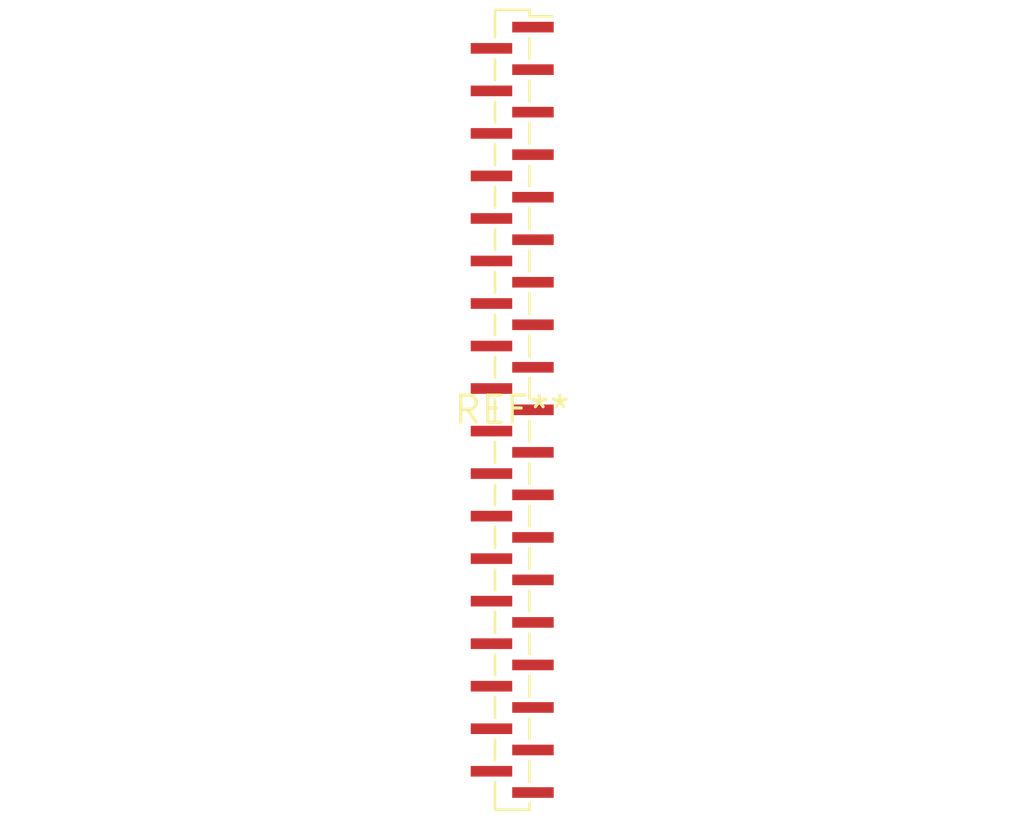
<source format=kicad_pcb>
(kicad_pcb (version 20240108) (generator pcbnew)
  (layers (0 "F.Cu" signal) (31 "B.Cu" signal) (34 "B.Paste" user) (35 "F.Paste" user) (36 "B.SilkS" user "B.Silkscreen") (37 "F.SilkS" user "F.Silkscreen") (38 "B.Mask" user) (39 "F.Mask" user) (44 "Edge.Cuts" user))
  (net 0 "")
  (footprint "PinSocket_1x37_P1.00mm_Vertical_SMD_Pin1Right" (layer "F.Cu") (at 0 0)
    (property "Reference" "REF**")
    (property "Value" "PinSocket_1x37_P1.00mm_Vertical_SMD_Pin1Right")
    (fp_line (start -0.81 -18.81) (end -0.81 -17.51) (layer "F.SilkS") (stroke (width 0.12)))
    (fp_line (start -0.81 -18.81) (end 0.81 -18.81) (layer "F.SilkS") (stroke (width 0.12)))
    (fp_line (start -0.81 -16.49) (end -0.81 -15.51) (layer "F.SilkS") (stroke (width 0.12)))
    (fp_line (start -0.81 -14.49) (end -0.81 -13.51) (layer "F.SilkS") (stroke (width 0.12)))
    (fp_line (start -0.81 -12.49) (end -0.81 -11.51) (layer "F.SilkS") (stroke (width 0.12)))
    (fp_line (start -0.81 -10.49) (end -0.81 -9.51) (layer "F.SilkS") (stroke (width 0.12)))
    (fp_line (start -0.81 -8.49) (end -0.81 -7.51) (layer "F.SilkS") (stroke (width 0.12)))
    (fp_line (start -0.81 -6.49) (end -0.81 -5.51) (layer "F.SilkS") (stroke (width 0.12)))
    (fp_line (start -0.81 -4.49) (end -0.81 -3.51) (layer "F.SilkS") (stroke (width 0.12)))
    (fp_line (start -0.81 -2.49) (end -0.81 -1.51) (layer "F.SilkS") (stroke (width 0.12)))
    (fp_line (start -0.81 -0.49) (end -0.81 0.49) (layer "F.SilkS") (stroke (width 0.12)))
    (fp_line (start -0.81 1.51) (end -0.81 2.49) (layer "F.SilkS") (stroke (width 0.12)))
    (fp_line (start -0.81 3.51) (end -0.81 4.49) (layer "F.SilkS") (stroke (width 0.12)))
    (fp_line (start -0.81 5.51) (end -0.81 6.49) (layer "F.SilkS") (stroke (width 0.12)))
    (fp_line (start -0.81 7.51) (end -0.81 8.49) (layer "F.SilkS") (stroke (width 0.12)))
    (fp_line (start -0.81 9.51) (end -0.81 10.49) (layer "F.SilkS") (stroke (width 0.12)))
    (fp_line (start -0.81 11.51) (end -0.81 12.49) (layer "F.SilkS") (stroke (width 0.12)))
    (fp_line (start -0.81 13.51) (end -0.81 14.49) (layer "F.SilkS") (stroke (width 0.12)))
    (fp_line (start -0.81 15.51) (end -0.81 16.49) (layer "F.SilkS") (stroke (width 0.12)))
    (fp_line (start -0.81 17.51) (end -0.81 18.81) (layer "F.SilkS") (stroke (width 0.12)))
    (fp_line (start -0.81 18.81) (end 0.81 18.81) (layer "F.SilkS") (stroke (width 0.12)))
    (fp_line (start 0.81 -18.81) (end 0.81 -18.51) (layer "F.SilkS") (stroke (width 0.12)))
    (fp_line (start 0.81 -18.51) (end 1.89 -18.51) (layer "F.SilkS") (stroke (width 0.12)))
    (fp_line (start 0.81 -17.49) (end 0.81 -16.51) (layer "F.SilkS") (stroke (width 0.12)))
    (fp_line (start 0.81 -15.49) (end 0.81 -14.51) (layer "F.SilkS") (stroke (width 0.12)))
    (fp_line (start 0.81 -13.49) (end 0.81 -12.51) (layer "F.SilkS") (stroke (width 0.12)))
    (fp_line (start 0.81 -11.49) (end 0.81 -10.51) (layer "F.SilkS") (stroke (width 0.12)))
    (fp_line (start 0.81 -9.49) (end 0.81 -8.51) (layer "F.SilkS") (stroke (width 0.12)))
    (fp_line (start 0.81 -7.49) (end 0.81 -6.51) (layer "F.SilkS") (stroke (width 0.12)))
    (fp_line (start 0.81 -5.49) (end 0.81 -4.51) (layer "F.SilkS") (stroke (width 0.12)))
    (fp_line (start 0.81 -3.49) (end 0.81 -2.51) (layer "F.SilkS") (stroke (width 0.12)))
    (fp_line (start 0.81 -1.49) (end 0.81 -0.51) (layer "F.SilkS") (stroke (width 0.12)))
    (fp_line (start 0.81 0.51) (end 0.81 1.49) (layer "F.SilkS") (stroke (width 0.12)))
    (fp_line (start 0.81 2.51) (end 0.81 3.49) (layer "F.SilkS") (stroke (width 0.12)))
    (fp_line (start 0.81 4.51) (end 0.81 5.49) (layer "F.SilkS") (stroke (width 0.12)))
    (fp_line (start 0.81 6.51) (end 0.81 7.49) (layer "F.SilkS") (stroke (width 0.12)))
    (fp_line (start 0.81 8.51) (end 0.81 9.49) (layer "F.SilkS") (stroke (width 0.12)))
    (fp_line (start 0.81 10.51) (end 0.81 11.49) (layer "F.SilkS") (stroke (width 0.12)))
    (fp_line (start 0.81 12.51) (end 0.81 13.49) (layer "F.SilkS") (stroke (width 0.12)))
    (fp_line (start 0.81 14.51) (end 0.81 15.49) (layer "F.SilkS") (stroke (width 0.12)))
    (fp_line (start 0.81 16.51) (end 0.81 17.49) (layer "F.SilkS") (stroke (width 0.12)))
    (fp_line (start 0.81 18.51) (end 0.81 18.81) (layer "F.SilkS") (stroke (width 0.12)))
    (pad "1" smd rect (at 0.975 -18) (size 1.95 0.5) (layers "F.Cu" "F.Paste" "F.Mask"))
    (pad "2" smd rect (at -0.975 -17) (size 1.95 0.5) (layers "F.Cu" "F.Paste" "F.Mask"))
    (pad "3" smd rect (at 0.975 -16) (size 1.95 0.5) (layers "F.Cu" "F.Paste" "F.Mask"))
    (pad "4" smd rect (at -0.975 -15) (size 1.95 0.5) (layers "F.Cu" "F.Paste" "F.Mask"))
    (pad "5" smd rect (at 0.975 -14) (size 1.95 0.5) (layers "F.Cu" "F.Paste" "F.Mask"))
    (pad "6" smd rect (at -0.975 -13) (size 1.95 0.5) (layers "F.Cu" "F.Paste" "F.Mask"))
    (pad "7" smd rect (at 0.975 -12) (size 1.95 0.5) (layers "F.Cu" "F.Paste" "F.Mask"))
    (pad "8" smd rect (at -0.975 -11) (size 1.95 0.5) (layers "F.Cu" "F.Paste" "F.Mask"))
    (pad "9" smd rect (at 0.975 -10) (size 1.95 0.5) (layers "F.Cu" "F.Paste" "F.Mask"))
    (pad "10" smd rect (at -0.975 -9) (size 1.95 0.5) (layers "F.Cu" "F.Paste" "F.Mask"))
    (pad "11" smd rect (at 0.975 -8) (size 1.95 0.5) (layers "F.Cu" "F.Paste" "F.Mask"))
    (pad "12" smd rect (at -0.975 -7) (size 1.95 0.5) (layers "F.Cu" "F.Paste" "F.Mask"))
    (pad "13" smd rect (at 0.975 -6) (size 1.95 0.5) (layers "F.Cu" "F.Paste" "F.Mask"))
    (pad "14" smd rect (at -0.975 -5) (size 1.95 0.5) (layers "F.Cu" "F.Paste" "F.Mask"))
    (pad "15" smd rect (at 0.975 -4) (size 1.95 0.5) (layers "F.Cu" "F.Paste" "F.Mask"))
    (pad "16" smd rect (at -0.975 -3) (size 1.95 0.5) (layers "F.Cu" "F.Paste" "F.Mask"))
    (pad "17" smd rect (at 0.975 -2) (size 1.95 0.5) (layers "F.Cu" "F.Paste" "F.Mask"))
    (pad "18" smd rect (at -0.975 -1) (size 1.95 0.5) (layers "F.Cu" "F.Paste" "F.Mask"))
    (pad "19" smd rect (at 0.975 0) (size 1.95 0.5) (layers "F.Cu" "F.Paste" "F.Mask"))
    (pad "20" smd rect (at -0.975 1) (size 1.95 0.5) (layers "F.Cu" "F.Paste" "F.Mask"))
    (pad "21" smd rect (at 0.975 2) (size 1.95 0.5) (layers "F.Cu" "F.Paste" "F.Mask"))
    (pad "22" smd rect (at -0.975 3) (size 1.95 0.5) (layers "F.Cu" "F.Paste" "F.Mask"))
    (pad "23" smd rect (at 0.975 4) (size 1.95 0.5) (layers "F.Cu" "F.Paste" "F.Mask"))
    (pad "24" smd rect (at -0.975 5) (size 1.95 0.5) (layers "F.Cu" "F.Paste" "F.Mask"))
    (pad "25" smd rect (at 0.975 6) (size 1.95 0.5) (layers "F.Cu" "F.Paste" "F.Mask"))
    (pad "26" smd rect (at -0.975 7) (size 1.95 0.5) (layers "F.Cu" "F.Paste" "F.Mask"))
    (pad "27" smd rect (at 0.975 8) (size 1.95 0.5) (layers "F.Cu" "F.Paste" "F.Mask"))
    (pad "28" smd rect (at -0.975 9) (size 1.95 0.5) (layers "F.Cu" "F.Paste" "F.Mask"))
    (pad "29" smd rect (at 0.975 10) (size 1.95 0.5) (layers "F.Cu" "F.Paste" "F.Mask"))
    (pad "30" smd rect (at -0.975 11) (size 1.95 0.5) (layers "F.Cu" "F.Paste" "F.Mask"))
    (pad "31" smd rect (at 0.975 12) (size 1.95 0.5) (layers "F.Cu" "F.Paste" "F.Mask"))
    (pad "32" smd rect (at -0.975 13) (size 1.95 0.5) (layers "F.Cu" "F.Paste" "F.Mask"))
    (pad "33" smd rect (at 0.975 14) (size 1.95 0.5) (layers "F.Cu" "F.Paste" "F.Mask"))
    (pad "34" smd rect (at -0.975 15) (size 1.95 0.5) (layers "F.Cu" "F.Paste" "F.Mask"))
    (pad "35" smd rect (at 0.975 16) (size 1.95 0.5) (layers "F.Cu" "F.Paste" "F.Mask"))
    (pad "36" smd rect (at -0.975 17) (size 1.95 0.5) (layers "F.Cu" "F.Paste" "F.Mask"))
    (pad "37" smd rect (at 0.975 18) (size 1.95 0.5) (layers "F.Cu" "F.Paste" "F.Mask"))
  )
)
</source>
